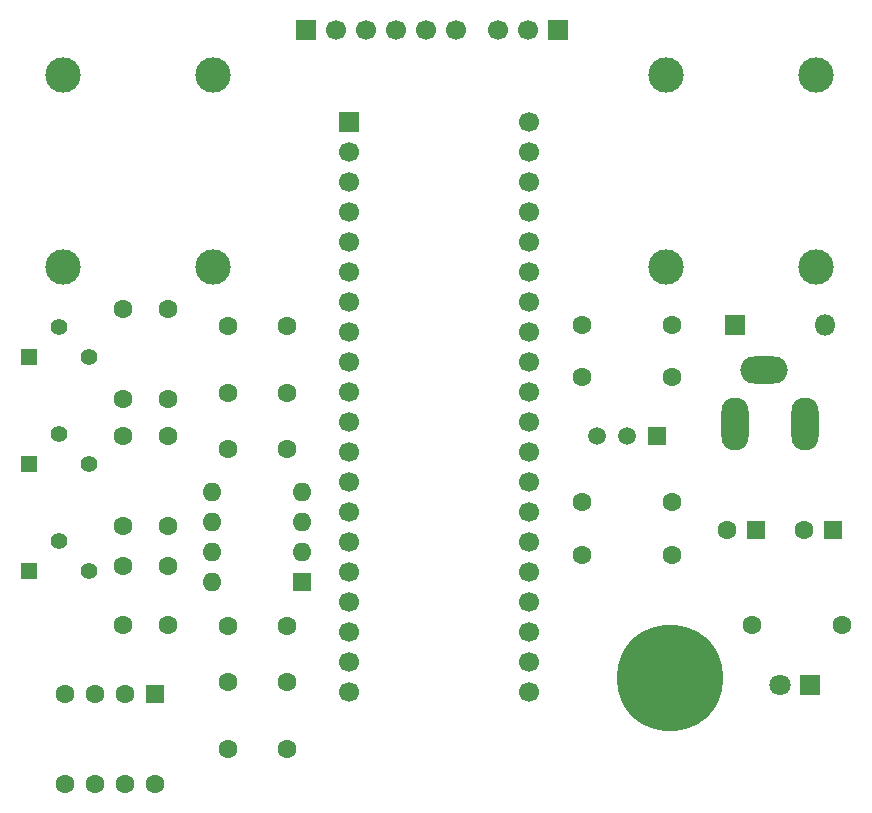
<source format=gbr>
%TF.GenerationSoftware,KiCad,Pcbnew,9.0.6*%
%TF.CreationDate,2025-11-23T18:55:42-06:00*%
%TF.ProjectId,wah,7761682e-6b69-4636-9164-5f7063625858,0.8*%
%TF.SameCoordinates,Original*%
%TF.FileFunction,Soldermask,Top*%
%TF.FilePolarity,Negative*%
%FSLAX46Y46*%
G04 Gerber Fmt 4.6, Leading zero omitted, Abs format (unit mm)*
G04 Created by KiCad (PCBNEW 9.0.6) date 2025-11-23 18:55:42*
%MOMM*%
%LPD*%
G01*
G04 APERTURE LIST*
G04 Aperture macros list*
%AMRoundRect*
0 Rectangle with rounded corners*
0 $1 Rounding radius*
0 $2 $3 $4 $5 $6 $7 $8 $9 X,Y pos of 4 corners*
0 Add a 4 corners polygon primitive as box body*
4,1,4,$2,$3,$4,$5,$6,$7,$8,$9,$2,$3,0*
0 Add four circle primitives for the rounded corners*
1,1,$1+$1,$2,$3*
1,1,$1+$1,$4,$5*
1,1,$1+$1,$6,$7*
1,1,$1+$1,$8,$9*
0 Add four rect primitives between the rounded corners*
20,1,$1+$1,$2,$3,$4,$5,0*
20,1,$1+$1,$4,$5,$6,$7,0*
20,1,$1+$1,$6,$7,$8,$9,0*
20,1,$1+$1,$8,$9,$2,$3,0*%
G04 Aperture macros list end*
%ADD10R,1.800000X1.800000*%
%ADD11O,1.800000X1.800000*%
%ADD12C,1.600000*%
%ADD13R,1.400000X1.400000*%
%ADD14C,1.400000*%
%ADD15RoundRect,0.250000X0.550000X0.550000X-0.550000X0.550000X-0.550000X-0.550000X0.550000X-0.550000X0*%
%ADD16R,1.500000X1.500000*%
%ADD17C,1.500000*%
%ADD18C,3.000000*%
%ADD19O,2.300000X4.500000*%
%ADD20O,4.000000X2.300000*%
%ADD21RoundRect,0.250000X-0.550000X0.550000X-0.550000X-0.550000X0.550000X-0.550000X0.550000X0.550000X0*%
%ADD22R,1.700000X1.700000*%
%ADD23C,1.700000*%
%ADD24R,1.600000X1.600000*%
%ADD25O,1.600000X1.600000*%
%ADD26C,1.800000*%
%ADD27C,9.000000*%
G04 APERTURE END LIST*
D10*
%TO.C,D1*%
X103970000Y-60245000D03*
D11*
X111590000Y-60245000D03*
%TD*%
D12*
%TO.C,C9*%
X61080000Y-96125000D03*
X66080000Y-96125000D03*
%TD*%
D13*
%TO.C,RV2*%
X44230000Y-71995000D03*
D14*
X46770000Y-69455000D03*
X49310000Y-71995000D03*
%TD*%
D12*
%TO.C,C5*%
X61080000Y-60345000D03*
X66080000Y-60345000D03*
%TD*%
D15*
%TO.C,C7*%
X112330000Y-77625000D03*
D12*
X109830000Y-77625000D03*
%TD*%
%TO.C,R6*%
X91020000Y-60265000D03*
X98640000Y-60265000D03*
%TD*%
D16*
%TO.C,U2*%
X97370000Y-69615000D03*
D17*
X94830000Y-69615000D03*
X92290000Y-69615000D03*
%TD*%
D18*
%TO.C,J3*%
X110820000Y-39070000D03*
X110820000Y-55300000D03*
X98120000Y-39070000D03*
X98120000Y-55300000D03*
%TD*%
D12*
%TO.C,R2*%
X52150000Y-77275000D03*
X52150000Y-69655000D03*
%TD*%
D19*
%TO.C,J1*%
X103970000Y-68665000D03*
X109970000Y-68665000D03*
D20*
X106470000Y-64015000D03*
%TD*%
D13*
%TO.C,RV1*%
X44230000Y-81075000D03*
D14*
X46770000Y-78535000D03*
X49310000Y-81075000D03*
%TD*%
D12*
%TO.C,C6*%
X56020000Y-80655000D03*
X56020000Y-85655000D03*
%TD*%
%TO.C,R7*%
X98640000Y-75265000D03*
X91020000Y-75265000D03*
%TD*%
%TO.C,R1*%
X56020000Y-77275000D03*
X56020000Y-69655000D03*
%TD*%
%TO.C,R5*%
X98640000Y-64685000D03*
X91020000Y-64685000D03*
%TD*%
D21*
%TO.C,SW1*%
X54890000Y-91505000D03*
D12*
X52350000Y-91505000D03*
X49810000Y-91505000D03*
X47270000Y-91505000D03*
X47270000Y-99125000D03*
X49810000Y-99125000D03*
X52350000Y-99125000D03*
X54890000Y-99125000D03*
%TD*%
D22*
%TO.C,J4*%
X67680000Y-35234999D03*
D23*
X70220000Y-35234999D03*
X72760000Y-35234999D03*
X75300000Y-35234999D03*
X77840000Y-35234999D03*
X80380000Y-35234999D03*
%TD*%
D12*
%TO.C,R8*%
X105400000Y-85655000D03*
X113020000Y-85655000D03*
%TD*%
D22*
%TO.C,J5*%
X89030000Y-35234999D03*
D23*
X86490000Y-35234999D03*
X83950000Y-35234999D03*
%TD*%
D18*
%TO.C,J2*%
X47110000Y-55300000D03*
X47110000Y-39070000D03*
X59810000Y-55300000D03*
X59810000Y-39070000D03*
%TD*%
D12*
%TO.C,R3*%
X52150000Y-66475000D03*
X52150000Y-58855000D03*
%TD*%
%TO.C,C4*%
X52150000Y-80655000D03*
X52150000Y-85655000D03*
%TD*%
D15*
%TO.C,C3*%
X105790000Y-77625000D03*
D12*
X103290000Y-77625000D03*
%TD*%
%TO.C,R9*%
X98640000Y-79685000D03*
X91020000Y-79685000D03*
%TD*%
%TO.C,C1*%
X61080000Y-70705000D03*
X66080000Y-70705000D03*
%TD*%
%TO.C,C2*%
X66080000Y-66025000D03*
X61080000Y-66025000D03*
%TD*%
D24*
%TO.C,U1*%
X67380000Y-82035000D03*
D25*
X67380000Y-79495000D03*
X67380000Y-76955000D03*
X67380000Y-74415000D03*
X59760000Y-74415000D03*
X59760000Y-76955000D03*
X59760000Y-79495000D03*
X59760000Y-82035000D03*
%TD*%
D10*
%TO.C,D2*%
X110370000Y-90725000D03*
D26*
X107830000Y-90725000D03*
%TD*%
D12*
%TO.C,C8*%
X66080000Y-85765000D03*
X61080000Y-85765000D03*
%TD*%
%TO.C,R4*%
X56020000Y-58855000D03*
X56020000Y-66475000D03*
%TD*%
D22*
%TO.C,A1*%
X71350000Y-43095000D03*
D23*
X71350000Y-45635000D03*
X71350000Y-48175000D03*
X71350000Y-50715000D03*
X71350000Y-53255000D03*
X71350000Y-55795000D03*
X71350000Y-58335000D03*
X71350000Y-60875000D03*
X71350000Y-63415000D03*
X71350000Y-65955000D03*
X71350000Y-68495000D03*
X71350000Y-71035000D03*
X71350000Y-73575000D03*
X71350000Y-76115000D03*
X71350000Y-78655000D03*
X71350000Y-81195000D03*
X71350000Y-83735000D03*
X71350000Y-86275000D03*
X71350000Y-88815000D03*
X71350000Y-91355000D03*
X86590000Y-91355000D03*
X86590000Y-88815000D03*
X86590000Y-86275000D03*
X86590000Y-83735000D03*
X86590000Y-81195000D03*
X86590000Y-78655000D03*
X86590000Y-76115000D03*
X86590000Y-73575000D03*
X86590000Y-71035000D03*
X86590000Y-68495000D03*
X86590000Y-65955000D03*
X86590000Y-63415000D03*
X86590000Y-60875000D03*
X86590000Y-58335000D03*
X86590000Y-55795000D03*
X86590000Y-53255000D03*
X86590000Y-50715000D03*
X86590000Y-48175000D03*
X86590000Y-45635000D03*
X86590000Y-43095000D03*
%TD*%
D27*
%TO.C,H1*%
X98470000Y-90155000D03*
%TD*%
D12*
%TO.C,C10*%
X66080000Y-90445000D03*
X61080000Y-90445000D03*
%TD*%
D13*
%TO.C,RV3*%
X44230000Y-62915000D03*
D14*
X46770000Y-60375000D03*
X49310000Y-62915000D03*
%TD*%
M02*

</source>
